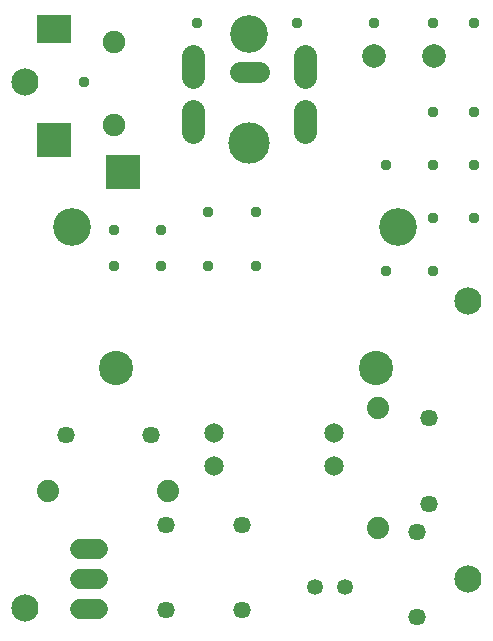
<source format=gbr>
G04 EAGLE Gerber RS-274X export*
G75*
%MOMM*%
%FSLAX34Y34*%
%LPD*%
%INSoldermask Top*%
%IPPOS*%
%AMOC8*
5,1,8,0,0,1.08239X$1,22.5*%
G01*
%ADD10C,1.879600*%
%ADD11C,1.351200*%
%ADD12C,1.657100*%
%ADD13C,2.003200*%
%ADD14C,1.463200*%
%ADD15C,1.727200*%
%ADD16R,3.003200X2.403200*%
%ADD17R,3.003200X3.003200*%
%ADD18C,1.903200*%
%ADD19C,2.903200*%
%ADD20C,3.203200*%
%ADD21C,1.953200*%
%ADD22C,1.803200*%
%ADD23C,3.503200*%
%ADD24C,2.303200*%
%ADD25C,0.959600*%


D10*
X54000Y133900D03*
X155600Y133900D03*
X333900Y204000D03*
X333900Y102400D03*
D11*
X305600Y52800D03*
X280600Y52800D03*
D12*
X194700Y183450D03*
X194700Y155550D03*
X296300Y155550D03*
X296300Y183450D03*
D13*
X330600Y502500D03*
X381400Y502500D03*
D14*
X154300Y33250D03*
X154300Y105650D03*
X218100Y33250D03*
X218100Y105650D03*
X376900Y195650D03*
X376900Y123250D03*
X366900Y99750D03*
X366900Y27350D03*
X69300Y181900D03*
X141700Y181900D03*
D15*
X96520Y34100D02*
X81280Y34100D01*
X81280Y59500D02*
X96520Y59500D01*
X96520Y84900D02*
X81280Y84900D01*
D16*
X58900Y525100D03*
D17*
X58900Y431100D03*
X117400Y404100D03*
D18*
X109900Y514100D03*
X109900Y444100D03*
D19*
X332100Y238000D03*
X112100Y238000D03*
D20*
X350100Y358000D03*
X74100Y358000D03*
D21*
X177000Y437950D02*
X177000Y455450D01*
X272000Y484950D02*
X272000Y502450D01*
X272000Y455450D02*
X272000Y437950D01*
D22*
X232500Y488700D02*
X216500Y488700D01*
D23*
X224500Y428700D03*
D21*
X177000Y484950D02*
X177000Y502450D01*
D20*
X224500Y521200D03*
D24*
X35000Y35000D03*
X410000Y60000D03*
X35000Y480000D03*
X410000Y295000D03*
D25*
X85000Y480000D03*
X180000Y530000D03*
X265000Y530000D03*
X330000Y530000D03*
X230000Y370000D03*
X190000Y370000D03*
X230000Y325000D03*
X190000Y325000D03*
X150000Y355000D03*
X150000Y325000D03*
X110000Y355000D03*
X110000Y325000D03*
X380000Y455000D03*
X380000Y410000D03*
X380000Y365000D03*
X380000Y320000D03*
X340000Y320000D03*
X340000Y410000D03*
X380000Y530000D03*
X415000Y530000D03*
X415000Y455000D03*
X415000Y410000D03*
X415000Y365000D03*
M02*

</source>
